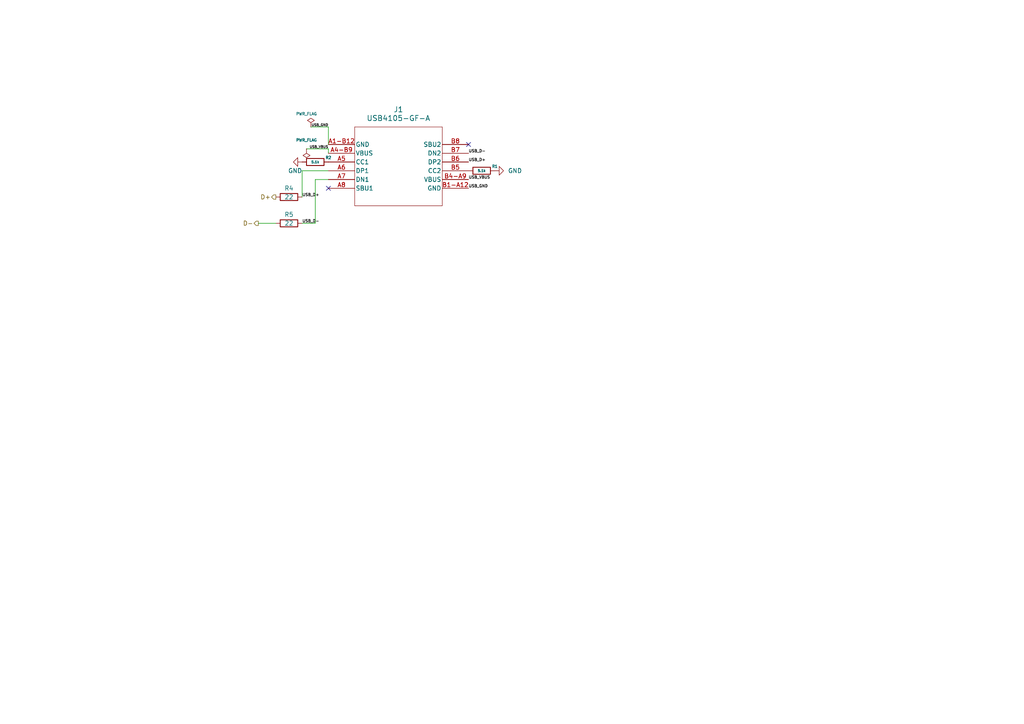
<source format=kicad_sch>
(kicad_sch (version 20230121) (generator eeschema)
  (paper "A4")
  (lib_symbols
    (symbol "Device:R" (pin_numbers hide) (pin_names (offset 0))
      (property "Reference" "R" (at 2.032 0 90))
      (property "Value" "R" (at 0 0 90))
      (symbol "R_0_1"
        (rectangle (start -1.016 -2.54) (end 1.016 2.54) (stroke (width 0.254)))
      )
      (symbol "R_1_1"
        (pin passive line (at 0 3.81 270) (length 1.27) (name "~") (number "1"))
        (pin passive line (at 0 -3.81 90) (length 1.27) (name "~") (number "2"))
      )
    )
    (symbol "MotorProgrammerUSBC:USB4105-GF-A" (pin_names (offset 0.254))
      (property "Reference" "J" (at 20.32 10.16 0))
      (property "Value" "USB4105-GF-A" (at 20.32 7.62 0))
      (symbol "USB4105-GF-A_0_1"
        (polyline (pts (xy 7.62 -17.78) (xy 33.02 -17.78)) (stroke (width 0.127)))
        (polyline (pts (xy 7.62 5.08) (xy 7.62 -17.78)) (stroke (width 0.127)))
        (polyline (pts (xy 33.02 -17.78) (xy 33.02 5.08)) (stroke (width 0.127)))
        (polyline (pts (xy 33.02 5.08) (xy 7.62 5.08)) (stroke (width 0.127)))
        (pin power_out line (at 0 0 0) (length 7.62) (name "GND") (number "A1-B12"))
        (pin power_in line (at 0 -2.54 0) (length 7.62) (name "VBUS") (number "A4-B9"))
        (pin bidirectional line (at 0 -5.08 0) (length 7.62) (name "CC1") (number "A5"))
        (pin bidirectional line (at 0 -7.62 0) (length 7.62) (name "DP1") (number "A6"))
        (pin bidirectional line (at 0 -10.16 0) (length 7.62) (name "DN1") (number "A7"))
        (pin bidirectional line (at 0 -12.7 0) (length 7.62) (name "SBU1") (number "A8"))
        (pin power_out line (at 40.64 -12.7 180) (length 7.62) (name "GND") (number "B1-A12"))
        (pin power_in line (at 40.64 -10.16 180) (length 7.62) (name "VBUS") (number "B4-A9"))
        (pin bidirectional line (at 40.64 -7.62 180) (length 7.62) (name "CC2") (number "B5"))
        (pin bidirectional line (at 40.64 -5.08 180) (length 7.62) (name "DP2") (number "B6"))
        (pin bidirectional line (at 40.64 -2.54 180) (length 7.62) (name "DN2") (number "B7"))
        (pin bidirectional line (at 40.64 0 180) (length 7.62) (name "SBU2") (number "B8"))
      )
    )
    (symbol "power:GND" (power) (pin_names (offset 0))
      (property "Value" "GND" (at 0 -3.81 0))
      (symbol "GND_0_1"
        (polyline (pts (xy 0 0) (xy 0 -1.27) (xy 1.27 -1.27) (xy 0 -2.54) (xy -1.27 -1.27) (xy 0 -1.27)))
      )
      (symbol "GND_1_1"
        (pin power_in line (at 0 0 270) (length 0) hide (name "GND") (number "1"))
      )
    )
    (symbol "power:PWR_FLAG" (power) (pin_numbers hide) (pin_names (offset 0) hide)
      (property "Value" "PWR_FLAG" (at 0 3.81 0))
      (symbol "PWR_FLAG_0_0"
        (pin power_out line (at 0 0 90) (length 0) (name "pwr") (number "1"))
      )
      (symbol "PWR_FLAG_0_1"
        (polyline (pts (xy 0 0) (xy 0 1.27) (xy -1.016 1.905) (xy 0 2.54) (xy 1.016 1.905) (xy 0 1.27)))
      )
    )
  )
  (no_connect (at 135.89 41.91))
  (no_connect (at 95.25 54.61))
  (wire (pts (xy 87.63 49.53) (xy 87.63 57.15)))
  (wire (pts (xy 95.25 43.18) (xy 95.25 44.45)))
  (wire (pts (xy 95.25 52.07) (xy 91.44 52.07)))
  (wire (pts (xy 95.25 49.53) (xy 87.63 49.53)))
  (wire (pts (xy 87.63 64.77) (xy 91.44 64.77)))
  (wire (pts (xy 91.44 52.07) (xy 91.44 64.77)))
  (wire (pts (xy 74.93 64.77) (xy 80.01 64.77)))
  (wire (pts (xy 95.25 36.83) (xy 95.25 41.91)))
  (wire (pts (xy 90.17 36.83) (xy 95.25 36.83)))
  (wire (pts (xy 88.9 43.18) (xy 95.25 43.18)))
  (label "USB_D+" (at 87.63 57.15 0) (effects (font (size 0.8 0.8))))
  (label "USB_GND" (at 95.25 36.83 180) (effects (font (size 0.7 0.7))))
  (label "USB_GND" (at 135.89 54.61 0) (effects (font (size 0.8 0.8))))
  (label "USB_D-" (at 87.63 64.77 0) (effects (font (size 0.8 0.8))))
  (label "USB_VBUS" (at 135.89 52.07 0) (effects (font (size 0.8 0.8))))
  (label "USB_D+" (at 135.89 46.99 0) (effects (font (size 0.8 0.8))))
  (label "USB_VBUS" (at 95.25 43.18 180) (effects (font (size 0.7 0.7))))
  (label "USB_D-" (at 135.89 44.45 0) (effects (font (size 0.8 0.8))))
  (hierarchical_label "D-" (shape output) (at 74.93 64.77 180))
  (hierarchical_label "D+" (shape output) (at 80.01 57.15 180))
  (symbol (lib_id "Device:R") (at 83.82 57.15 90) (unit 1)
    (property "Reference" "R4" (at 83.82 54.61 90))
    (property "Value" "22" (at 83.82 57.15 90))
    (instances (project "Motor Programmer Rev. 2" (path "" (reference "R4") (unit 1)) (path "" (reference "R1") (unit 1))))
  )
  (symbol (lib_id "power:PWR_FLAG") (at 88.9 43.18 180) (unit 1)
    (property "Reference" "#FLG01" (effects hide))
    (property "Value" "PWR_FLAG" (at 88.9 40.64 0) (effects (font (size 0.8 0.8))))
    (instances (project "Motor Programmer Rev. 2" (path "" (reference "#FLG01") (unit 1)) (path "" (reference "#FLG02") (unit 1))))
  )
  (symbol (lib_id "Device:R") (at 91.44 46.99 270) (unit 1)
    (property "Reference" "R2" (at 95.25 45.72 90) (effects (font (size 0.8 0.8))))
    (property "Value" "5.1k" (at 91.44 46.99 90) (effects (font (size 0.7 0.7))))
    (instances (project "Motor Programmer Rev. 2" (path "" (reference "R2") (unit 1)) (path "" (reference "R4") (unit 1))))
  )
  (symbol (lib_id "power:PWR_FLAG") (at 90.17 36.83 0) (unit 1)
    (property "Reference" "#FLG02" (effects hide))
    (property "Value" "PWR_FLAG" (at 88.9 33.02 0) (effects (font (size 0.8 0.8))))
    (instances (project "Motor Programmer Rev. 2" (path "" (reference "#FLG02") (unit 1)) (path "" (reference "#FLG01") (unit 1))))
  )
  (symbol (lib_id "power:GND") (at 87.63 46.99 270) (unit 1)
    (property "Reference" "#PWR08" (effects hide))
    (property "Value" "GND" (at 87.63 49.53 90) (effects (justify right)))
    (instances (project "Motor Programmer Rev. 2" (path "" (reference "#PWR08") (unit 1)) (path "" (reference "#PWR06") (unit 1))))
  )
  (symbol (lib_id "MotorProgrammerUSBC:USB4105-GF-A") (at 95.25 41.91 0) (unit 1)
    (property "Reference" "J1" (at 115.57 31.75 0) (effects (font (size 1.524 1.524))))
    (property "Value" "USB4105-GF-A" (at 115.57 34.29 0) (effects (font (size 1.524 1.524))))
    (property "Footprint" "USB4105_GF_A (1):GCT_USB4105-GF-A" (effects hide))
    (property "Datasheet" "USB4105-GF-A" (effects hide))
  )
  (symbol (lib_id "power:GND") (at 143.51 49.53 90) (unit 1)
    (property "Reference" "#PWR09" (effects hide))
    (property "Value" "GND" (at 147.32 49.53 90) (effects (justify right)))
  )
  (symbol (lib_id "Device:R") (at 83.82 64.77 90) (unit 1)
    (property "Reference" "R5" (at 83.82 62.23 90))
    (property "Value" "22" (at 83.82 64.77 90))
    (instances (project "Motor Programmer Rev. 2" (path "" (reference "R5") (unit 1)) (path "" (reference "R2") (unit 1))))
  )
  (symbol (lib_id "Device:R") (at 139.7 49.53 270) (unit 1)
    (property "Reference" "R1" (at 143.51 48.26 90) (effects (font (size 0.8 0.8))))
    (property "Value" "5.1k" (at 139.7 49.53 90) (effects (font (size 0.7 0.7))))
    (instances (project "Motor Programmer Rev. 2" (path "" (reference "R1") (unit 1)) (path "" (reference "R5") (unit 1))))
  )
)
</source>
